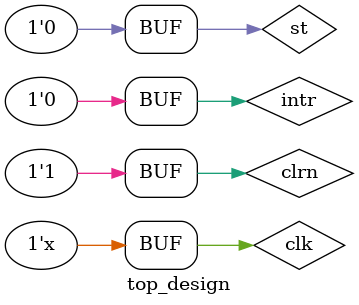
<source format=v>
`timescale 1ns / 1ps


module top_design ();//(clk, reset, out_seg, out_sel);    
    reg clk;//, reset; 
    wire [7:0] out_seg, out_sel;
    wire [2:0] count;
    wire pclk;
    reg clrn = 1;//~reset;
    reg intr = 0;
    
    wire [31:0] pc, inst, ealu, malu, walu;
    wire [31:0] wd, e3d;
    wire [4:0] e1n, e2n, e3n;
    wire stall_lw, stall_fp, stall_lwc1, stall_swc1, stall_div_sqrt;
    wire e, inta;
    
    wire [31:0] dfb, mmo, wmo;
    wire [4:0] fs, ft, fd;
    wire [2:0] fc;
    wire fwdla, fwdlb, fwdfa, fwdfb, wf, fasmds;
    wire e1w, e2w, e3w, wwfpr;
    wire [4:0] wrn;
    
    wire [15:0] io_data_read, io_data_write;
    wire [9:0] io_addr;
    wire io_read, io_write;

    wire st = 1'b0;
    
    iu integer_unit (e1n, e2n, e3n, e1w, e2w, e3w, stall_div_sqrt, st,
           dfb, e3d, clk, clrn, intr,
           fs, ft, wmo, wrn, wwfpr, mmo, fwdla, fwdlb, fwdfa, fwdfb, fd, fc, wf, fasmds,
           pc, inst, ealu, malu, walu, inta, 
           stall_lw, stall_fp, stall_lwc1, stall_swc1,
           io_addr, io_read, io_write, io_data_read, io_data_write);
            
    fpu float_point_unit (
        .clk(clk), 
        .clrn(clrn),
        .fc(fc), 
        .wf(wf), 
        .fd(fd), 
        .fs(fs), 
        .ft(ft), 
        .ein(1'b1), 
        .wmo(wmo), 
        .wrn(wrn), 
        .wwfpr(wwfpr), 
        .mmo(mmo), 
        .fwdla(fwdla), 
        .fwdlb(fwdlb), 
        .fwdfa(fwdfa), 
        .fwdfb(fwdfb), 
        .dfb(dfb),
        .stall(stall_div_sqrt), 
        .e1n(e1n), 
        .e1w(e1w), 
        .e2n(e2n), 
        .e2w(e2w), 
        .e3n(e3n), 
        .e3w(e3w), 
        .e3d(e3d), 
        .e(e),
        .wd(wd)
    );
    
    IOCtrl io_part (
        .clk(clk),
        .reset(clrn),
        .io_addr(io_addr),
        .io_read(io_read),
        .io_write(io_write),
        .mread_data(io_data_write),
        .rdata(io_data_read),
        .out_seg(out_seg),
        .out_sel(out_sel),
        .count(count),
        .pclk(pclk)
    );
    
    initial begin
           clk = 1;
           clrn = 1;
           intr = 0;
           #0.3 clrn = 0;
           #0.2 clrn = 1;
    end
            
    always begin
           #1 clk = ~clk;
     end

endmodule

</source>
